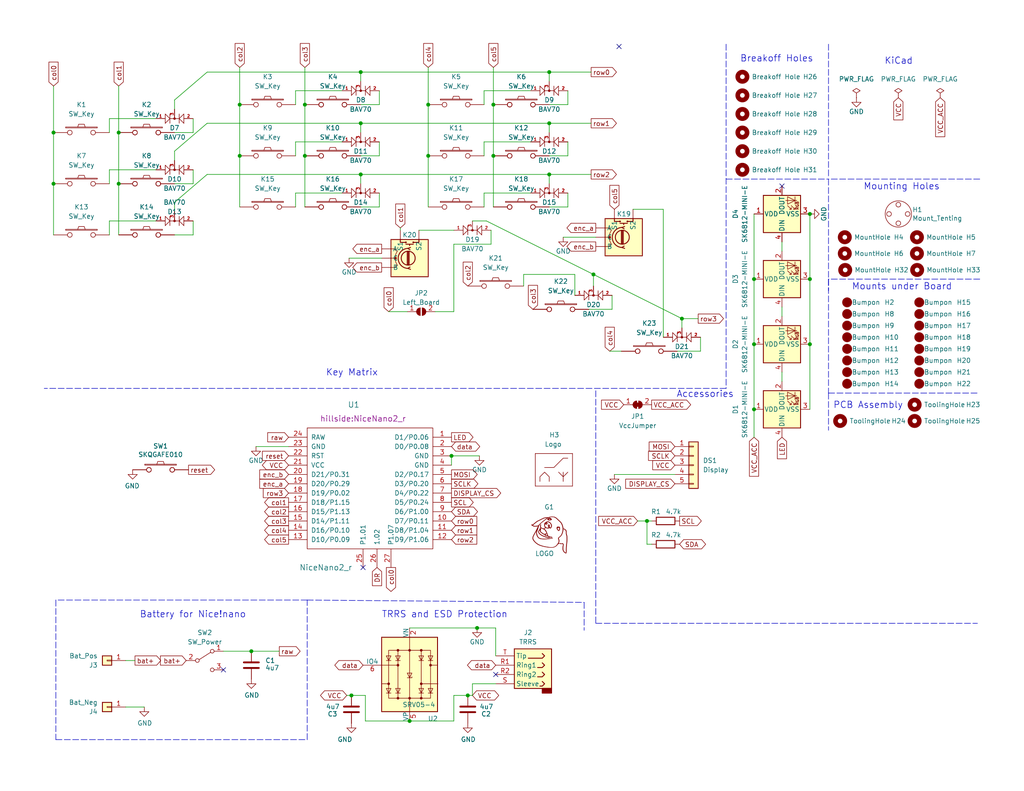
<source format=kicad_sch>
(kicad_sch (version 20231120) (generator "eeschema") (generator_version "8.0")
  (paper "USLetter")
  (title_block (title "Hillside View 46 Keyboard") (date "2022-10-13") (rev "0.3.0") (company "ExAF") (comment 1 "SPI headers for the nice!view display and 12 pin connector for an I2C cirque trackpad") (comment 2 "The ring and pinky columns have splays of five and ten degrees.") (comment 3 "Outer pinky column is removable, and one encoder can be in two spots.") (comment 4 "A choc-spaced split keyboard with Ferris column stagger but more thumb and pinky keys."))
  (junction (at 83.185 28.575))
  (junction (at 205.74 76.2))
  (junction (at 68.58 177.8))
  (junction (at 186.055 86.995))
  (junction (at 205.74 93.98))
  (junction (at 111.76 196.85))
  (junction (at 32.385 50.165))
  (junction (at 149.86 47.625))
  (junction (at 161.925 74.93))
  (junction (at 220.98 93.98))
  (junction (at 134.62 42.545))
  (junction (at 127.635 189.865))
  (junction (at 65.405 28.575))
  (junction (at 123.19 124.46))
  (junction (at 65.405 42.545))
  (junction (at 205.74 111.76))
  (junction (at 14.605 50.165))
  (junction (at 130.175 171.45))
  (junction (at 116.84 42.545))
  (junction (at 32.385 36.195))
  (junction (at 98.425 19.685))
  (junction (at 83.185 42.545))
  (junction (at 149.86 19.685))
  (junction (at 149.86 33.655))
  (junction (at 134.62 28.575))
  (junction (at 14.605 36.195))
  (junction (at 98.425 47.625))
  (junction (at 116.84 28.575))
  (junction (at 95.885 189.865))
  (junction (at 98.425 33.655))
  (junction (at 220.98 76.2))
  (junction (at 220.98 58.42))
  (junction (at 176.53 142.24))
  (no_connect (at 213.36 50.8))
  (no_connect (at 99.06 154.94))
  (no_connect (at 168.91 12.7))
  (no_connect (at 60.96 182.88))
  (no_connect (at 135.255 184.15))
  (wire (pts (xy 172.72 57.15) (xy 180.975 57.15)))
  (wire (pts (xy 65.405 18.415) (xy 65.405 28.575)))
  (wire (pts (xy 47.625 27.305) (xy 56.515 19.685)))
  (wire (pts (xy 132.08 38.735) (xy 144.78 38.735)))
  (wire (pts (xy 83.185 18.415) (xy 83.185 28.575)))
  (wire (pts (xy 103.505 28.575) (xy 98.425 28.575)))
  (polyline (pts (xy 162.56 170.18) (xy 266.7 170.18)) (stroke (width 0) (type dash)))
  (wire (pts (xy 123.825 85.09) (xy 118.745 85.09)))
  (wire (pts (xy 52.705 46.355) (xy 52.705 50.165)))
  (wire (pts (xy 154.94 28.575) (xy 154.94 24.765)))
  (wire (pts (xy 95.25 70.485) (xy 104.14 70.485)))
  (wire (pts (xy 127.635 189.865) (xy 128.905 189.865)))
  (wire (pts (xy 205.74 119.38) (xy 205.74 111.76)))
  (wire (pts (xy 32.385 36.195) (xy 32.385 50.165)))
  (wire (pts (xy 123.825 196.85) (xy 123.825 189.865)))
  (wire (pts (xy 32.385 50.165) (xy 32.385 64.135)))
  (wire (pts (xy 95.885 189.865) (xy 99.695 189.865)))
  (wire (pts (xy 56.515 19.685) (xy 98.425 19.685)))
  (polyline (pts (xy 198.12 12.065) (xy 198.12 106.045)) (stroke (width 0) (type dash)))
  (wire (pts (xy 116.84 56.515) (xy 116.84 42.545)))
  (wire (pts (xy 156.845 74.93) (xy 156.845 80.645)))
  (wire (pts (xy 106.045 85.09) (xy 111.125 85.09)))
  (wire (pts (xy 176.53 148.59) (xy 177.8 148.59)))
  (wire (pts (xy 60.96 177.8) (xy 68.58 177.8)))
  (wire (pts (xy 123.19 124.46) (xy 123.19 127)))
  (wire (pts (xy 98.425 50.165) (xy 98.425 47.625)))
  (wire (pts (xy 154.94 42.545) (xy 149.86 42.545)))
  (wire (pts (xy 109.22 62.23) (xy 109.22 62.865)))
  (wire (pts (xy 205.74 76.2) (xy 205.74 58.42)))
  (wire (pts (xy 180.975 92.075) (xy 180.975 57.15)))
  (wire (pts (xy 65.405 56.515) (xy 65.405 42.545)))
  (wire (pts (xy 80.645 24.765) (xy 93.345 24.765)))
  (wire (pts (xy 132.715 60.325) (xy 161.925 74.93)))
  (wire (pts (xy 52.705 64.135) (xy 47.625 64.135)))
  (wire (pts (xy 14.605 36.195) (xy 14.605 50.165)))
  (wire (pts (xy 98.425 22.225) (xy 98.425 19.685)))
  (wire (pts (xy 205.74 111.76) (xy 205.74 93.98)))
  (wire (pts (xy 83.185 28.575) (xy 83.185 42.545)))
  (polyline (pts (xy 83.82 163.83) (xy 15.24 163.83)) (stroke (width 0) (type dash)))
  (wire (pts (xy 186.055 86.995) (xy 186.055 89.535)))
  (wire (pts (xy 191.135 95.885) (xy 184.785 95.885)))
  (wire (pts (xy 47.625 55.245) (xy 56.515 47.625)))
  (wire (pts (xy 123.19 124.46) (xy 130.81 124.46)))
  (wire (pts (xy 99.695 196.85) (xy 111.76 196.85)))
  (wire (pts (xy 166.37 95.885) (xy 169.545 95.885)))
  (wire (pts (xy 132.08 28.575) (xy 132.08 24.765)))
  (wire (pts (xy 47.625 27.305) (xy 47.625 29.845)))
  (wire (pts (xy 133.985 66.675) (xy 123.825 66.675)))
  (wire (pts (xy 103.505 42.545) (xy 103.505 38.735)))
  (wire (pts (xy 154.94 52.705) (xy 154.94 56.515)))
  (wire (pts (xy 80.645 56.515) (xy 80.645 52.705)))
  (wire (pts (xy 149.86 22.225) (xy 149.86 19.685)))
  (polyline (pts (xy 267.335 48.895) (xy 226.06 48.895)) (stroke (width 0) (type dash)))
  (wire (pts (xy 14.605 23.495) (xy 14.605 36.195)))
  (wire (pts (xy 47.625 41.275) (xy 47.625 43.815)))
  (polyline (pts (xy 15.24 163.83) (xy 15.24 201.93)) (stroke (width 0) (type dash)))
  (wire (pts (xy 111.76 171.45) (xy 130.175 171.45)))
  (wire (pts (xy 191.135 92.075) (xy 191.135 95.885)))
  (wire (pts (xy 132.08 24.765) (xy 144.78 24.765)))
  (wire (pts (xy 161.925 74.93) (xy 186.055 86.995)))
  (polyline (pts (xy 198.12 48.895) (xy 226.06 48.895)) (stroke (width 0) (type dash)))
  (polyline (pts (xy 226.06 48.895) (xy 226.06 79.375)) (stroke (width 0) (type dash)))
  (wire (pts (xy 98.425 42.545) (xy 103.505 42.545)))
  (polyline (pts (xy 83.82 201.93) (xy 83.82 163.83)) (stroke (width 0) (type dash)))
  (wire (pts (xy 128.905 186.69) (xy 135.255 186.69)))
  (wire (pts (xy 132.08 42.545) (xy 132.08 38.735)))
  (wire (pts (xy 135.255 171.45) (xy 135.255 179.07)))
  (wire (pts (xy 220.98 76.2) (xy 220.98 58.42)))
  (wire (pts (xy 149.86 36.195) (xy 149.86 33.655)))
  (wire (pts (xy 123.825 189.865) (xy 127.635 189.865)))
  (wire (pts (xy 186.055 86.995) (xy 190.5 86.995)))
  (wire (pts (xy 99.695 196.85) (xy 99.695 189.865)))
  (wire (pts (xy 111.76 196.85) (xy 123.825 196.85)))
  (wire (pts (xy 56.515 33.655) (xy 98.425 33.655)))
  (wire (pts (xy 52.705 50.165) (xy 47.625 50.165)))
  (wire (pts (xy 68.58 177.8) (xy 76.2 177.8)))
  (wire (pts (xy 103.505 56.515) (xy 103.505 52.705)))
  (wire (pts (xy 134.62 42.545) (xy 134.62 56.515)))
  (wire (pts (xy 220.98 93.98) (xy 220.98 76.2)))
  (wire (pts (xy 98.425 47.625) (xy 149.86 47.625)))
  (wire (pts (xy 80.645 52.705) (xy 93.345 52.705)))
  (wire (pts (xy 52.705 60.325) (xy 52.705 64.135)))
  (wire (pts (xy 176.53 142.24) (xy 173.99 142.24)))
  (wire (pts (xy 98.425 33.655) (xy 149.86 33.655)))
  (wire (pts (xy 34.29 193.04) (xy 39.37 193.04)))
  (wire (pts (xy 161.29 19.685) (xy 149.86 19.685)))
  (wire (pts (xy 154.94 38.735) (xy 154.94 42.545)))
  (wire (pts (xy 161.925 74.93) (xy 161.925 78.105)))
  (wire (pts (xy 177.8 142.24) (xy 176.53 142.24)))
  (wire (pts (xy 142.875 78.105) (xy 142.875 74.93)))
  (polyline (pts (xy 267.335 76.2) (xy 226.06 76.2)) (stroke (width 0) (type dash)))
  (polyline (pts (xy 15.24 201.93) (xy 83.82 201.93)) (stroke (width 0) (type dash)))
  (polyline (pts (xy 226.06 12.065) (xy 226.06 48.26)) (stroke (width 0) (type dash)))
  (wire (pts (xy 114.3 62.865) (xy 123.825 62.865)))
  (wire (pts (xy 213.36 86.36) (xy 213.36 83.82)))
  (wire (pts (xy 94.615 189.865) (xy 95.885 189.865)))
  (wire (pts (xy 116.84 18.415) (xy 116.84 28.575)))
  (wire (pts (xy 123.825 66.675) (xy 123.825 85.09)))
  (wire (pts (xy 176.53 142.24) (xy 176.53 148.59)))
  (wire (pts (xy 103.505 28.575) (xy 103.505 24.765)))
  (wire (pts (xy 160.655 84.455) (xy 167.005 84.455)))
  (wire (pts (xy 167.005 84.455) (xy 167.005 80.645)))
  (wire (pts (xy 29.845 46.355) (xy 42.545 46.355)))
  (wire (pts (xy 128.905 60.325) (xy 132.715 60.325)))
  (wire (pts (xy 205.74 93.98) (xy 205.74 76.2)))
  (polyline (pts (xy 226.06 107.315) (xy 266.7 107.315)) (stroke (width 0) (type dash)))
  (polyline (pts (xy 162.56 106.68) (xy 162.56 170.18)) (stroke (width 0) (type dash)))
  (polyline (pts (xy 83.82 163.83) (xy 159.385 164.465)) (stroke (width 0) (type dash)))
  (wire (pts (xy 167.64 129.54) (xy 184.15 129.54)))
  (wire (pts (xy 29.845 50.165) (xy 29.845 46.355)))
  (wire (pts (xy 14.605 50.165) (xy 14.605 64.135)))
  (wire (pts (xy 98.425 36.195) (xy 98.425 33.655)))
  (wire (pts (xy 29.845 60.325) (xy 42.545 60.325)))
  (wire (pts (xy 32.385 23.495) (xy 32.385 36.195)))
  (wire (pts (xy 29.845 36.195) (xy 29.845 32.385)))
  (wire (pts (xy 161.29 47.625) (xy 149.86 47.625)))
  (wire (pts (xy 47.625 41.275) (xy 56.515 33.655)))
  (wire (pts (xy 220.98 111.76) (xy 220.98 93.98)))
  (wire (pts (xy 93.345 38.735) (xy 80.645 38.735)))
  (wire (pts (xy 130.175 171.45) (xy 135.255 171.45)))
  (wire (pts (xy 149.86 28.575) (xy 154.94 28.575)))
  (polyline (pts (xy 159.385 164.465) (xy 159.385 172.085)) (stroke (width 0) (type dash)))
  (wire (pts (xy 29.845 32.385) (xy 42.545 32.385)))
  (wire (pts (xy 116.84 42.545) (xy 116.84 28.575)))
  (wire (pts (xy 134.62 28.575) (xy 134.62 42.545)))
  (wire (pts (xy 65.405 42.545) (xy 65.405 28.575)))
  (wire (pts (xy 29.845 64.135) (xy 29.845 60.325)))
  (wire (pts (xy 78.74 121.92) (xy 69.85 121.92)))
  (wire (pts (xy 144.78 52.705) (xy 132.08 52.705)))
  (wire (pts (xy 153.67 64.77) (xy 162.56 64.77)))
  (wire (pts (xy 98.425 56.515) (xy 103.505 56.515)))
  (polyline (pts (xy 226.06 76.2) (xy 226.06 107.315)) (stroke (width 0) (type dash)))
  (wire (pts (xy 52.705 36.195) (xy 47.625 36.195)))
  (polyline (pts (xy 226.06 107.315) (xy 226.06 117.475)) (stroke (width 0) (type dash)))
  (wire (pts (xy 213.36 104.14) (xy 213.36 101.6)))
  (wire (pts (xy 80.645 28.575) (xy 80.645 24.765)))
  (wire (pts (xy 154.94 56.515) (xy 149.86 56.515)))
  (wire (pts (xy 34.29 180.34) (xy 36.83 180.34)))
  (wire (pts (xy 134.62 18.415) (xy 134.62 28.575)))
  (polyline (pts (xy 198.12 106.045) (xy 12.065 106.045)) (stroke (width 0) (type dash)))
  (wire (pts (xy 128.905 186.69) (xy 128.905 189.865)))
  (wire (pts (xy 213.36 68.58) (xy 213.36 66.04)))
  (wire (pts (xy 98.425 19.685) (xy 149.86 19.685)))
  (wire (pts (xy 142.875 74.93) (xy 156.845 74.93)))
  (wire (pts (xy 149.86 33.655) (xy 161.29 33.655)))
  (wire (pts (xy 132.08 56.515) (xy 132.08 52.705)))
  (wire (pts (xy 52.705 32.385) (xy 52.705 36.195)))
  (wire (pts (xy 149.86 47.625) (xy 149.86 50.165)))
  (wire (pts (xy 133.985 62.865) (xy 133.985 66.675)))
  (wire (pts (xy 80.645 42.545) (xy 80.645 38.735)))
  (wire (pts (xy 47.625 55.245) (xy 47.625 57.785)))
  (wire (pts (xy 56.515 47.625) (xy 98.425 47.625)))
  (wire (pts (xy 83.185 42.545) (xy 83.185 56.515)))
  (text "KiCad" (at 241.3 17.78 0) (effects (font (size 1.778 1.778)) (justify left bottom)))
  (text "Mounting Holes" (at 235.585 52.07 0) (effects (font (size 1.78 1.78)) (justify left bottom)))
  (text "Key Matrix" (at 88.9 102.87 0) (effects (font (size 1.778 1.778)) (justify left bottom)))
  (text "Battery for Nice!nano" (at 38.1 168.91 0) (effects (font (size 1.778 1.778)) (justify left bottom)))
  (text "TRRS and ESD Protection" (at 104.14 168.91 0) (effects (font (size 1.778 1.778)) (justify left bottom)))
  (text "PCB Assembly" (at 227.33 111.76 0) (effects (font (size 1.78 1.78)) (justify left bottom)))
  (text "Breakoff Holes" (at 201.93 17.145 0) (effects (font (size 1.778 1.778)) (justify left bottom)))
  (text "Mounts under Board" (at 232.41 79.375 0) (effects (font (size 1.78 1.78)) (justify left bottom)))
  (text "Accessories" (at 184.561 108.7572 0) (effects (font (size 1.778 1.778)) (justify left bottom)))
  (global_label "row1" (shape input) (at 123.19 144.78 0) (property "Intersheetrefs" "${INTERSHEET_REFS}" (effects (hide yes))))
  (global_label "enc_a" (shape input) (at 78.74 132.08 180) (property "Intersheetrefs" "${INTERSHEET_REFS}" (effects (hide yes))))
  (global_label "col5" (shape output) (at 78.74 147.32 180) (property "Intersheetrefs" "${INTERSHEET_REFS}" (effects (hide yes))))
  (global_label "col4" (shape input) (at 166.37 95.885 90) (property "Intersheetrefs" "${INTERSHEET_REFS}" (effects (hide yes))))
  (global_label "col0" (shape input) (at 106.045 85.09 90) (property "Intersheetrefs" "${INTERSHEET_REFS}" (effects (hide yes))))
  (global_label "enc_b" (shape output) (at 104.14 73.025 180) (property "Intersheetrefs" "${INTERSHEET_REFS}" (effects (hide yes))))
  (global_label "VCC" (shape input) (at 245.11 26.67 270) (property "Intersheetrefs" "${INTERSHEET_REFS}" (effects (hide yes))))
  (global_label "reset" (shape input) (at 78.74 124.46 180) (property "Intersheetrefs" "${INTERSHEET_REFS}" (effects (hide yes))))
  (global_label "row0" (shape input) (at 123.19 142.24 0) (property "Intersheetrefs" "${INTERSHEET_REFS}" (effects (hide yes))))
  (global_label "col2" (shape output) (at 78.74 139.7 180) (property "Intersheetrefs" "${INTERSHEET_REFS}" (effects (hide yes))))
  (global_label "VCC_ACC" (shape output) (at 177.8 110.49 0) (property "Intersheetrefs" "${INTERSHEET_REFS}" (effects (hide yes))))
  (global_label "col4" (shape output) (at 78.74 144.78 180) (property "Intersheetrefs" "${INTERSHEET_REFS}" (effects (hide yes))))
  (global_label "DISPLAY_CS" (shape input) (at 184.15 132.08 180) (property "Intersheetrefs" "${INTERSHEET_REFS}" (effects (hide yes))))
  (global_label "VCC" (shape bidirectional) (at 78.74 127 180) (property "Intersheetrefs" "${INTERSHEET_REFS}" (effects (hide yes))))
  (global_label "SDA" (shape bidirectional) (at 185.42 148.59 0) (property "Intersheetrefs" "${INTERSHEET_REFS}" (effects (hide yes))))
  (global_label "row2" (shape input) (at 123.19 147.32 0) (property "Intersheetrefs" "${INTERSHEET_REFS}" (effects (hide yes))))
  (global_label "col5" (shape input) (at 167.64 57.15 90) (property "Intersheetrefs" "${INTERSHEET_REFS}" (effects (hide yes))))
  (global_label "row3" (shape output) (at 190.5 86.995 0) (property "Intersheetrefs" "${INTERSHEET_REFS}" (effects (hide yes))))
  (global_label "row3" (shape input) (at 78.74 134.62 180) (property "Intersheetrefs" "${INTERSHEET_REFS}" (effects (hide yes))))
  (global_label "MOSI" (shape output) (at 123.19 129.54 0) (property "Intersheetrefs" "${INTERSHEET_REFS}" (effects (hide yes))))
  (global_label "raw" (shape input) (at 78.74 119.38 180) (property "Intersheetrefs" "${INTERSHEET_REFS}" (effects (hide yes))))
  (global_label "col3" (shape input) (at 83.185 18.415 90) (property "Intersheetrefs" "${INTERSHEET_REFS}" (effects (hide yes))))
  (global_label "DR" (shape input) (at 102.87 154.94 270) (property "Intersheetrefs" "${INTERSHEET_REFS}" (effects (hide yes))))
  (global_label "SDA" (shape bidirectional) (at 123.19 139.7 0) (property "Intersheetrefs" "${INTERSHEET_REFS}" (effects (hide yes))))
  (global_label "col1" (shape output) (at 78.74 137.16 180) (property "Intersheetrefs" "${INTERSHEET_REFS}" (effects (hide yes))))
  (global_label "SCL" (shape output) (at 185.42 142.24 0) (property "Intersheetrefs" "${INTERSHEET_REFS}" (effects (hide yes))))
  (global_label "col2" (shape input) (at 65.405 18.415 90) (property "Intersheetrefs" "${INTERSHEET_REFS}" (effects (hide yes))))
  (global_label "SCLK" (shape output) (at 123.19 132.08 0) (property "Intersheetrefs" "${INTERSHEET_REFS}" (effects (hide yes))))
  (global_label "VCC_ACC" (shape input) (at 173.99 142.24 180) (property "Intersheetrefs" "${INTERSHEET_REFS}" (effects (hide yes))))
  (global_label "DISPLAY_CS" (shape output) (at 123.19 134.62 0) (property "Intersheetrefs" "${INTERSHEET_REFS}" (effects (hide yes))))
  (global_label "col5" (shape input) (at 134.62 18.415 90) (property "Intersheetrefs" "${INTERSHEET_REFS}" (effects (hide yes))))
  (global_label "LED" (shape input) (at 213.36 119.38 270) (property "Intersheetrefs" "${INTERSHEET_REFS}" (effects (hide yes))))
  (global_label "col4" (shape input) (at 116.84 18.415 90) (property "Intersheetrefs" "${INTERSHEET_REFS}" (effects (hide yes))))
  (global_label "row0" (shape output) (at 161.29 19.685 0) (property "Intersheetrefs" "${INTERSHEET_REFS}" (effects (hide yes))))
  (global_label "enc_a" (shape output) (at 162.56 62.23 180) (property "Intersheetrefs" "${INTERSHEET_REFS}" (effects (hide yes))))
  (global_label "LED" (shape output) (at 123.19 119.38 0) (property "Intersheetrefs" "${INTERSHEET_REFS}" (effects (hide yes))))
  (global_label "enc_a" (shape output) (at 104.14 67.945 180) (property "Intersheetrefs" "${INTERSHEET_REFS}" (effects (hide yes))))
  (global_label "enc_b" (shape input) (at 78.74 129.54 180) (property "Intersheetrefs" "${INTERSHEET_REFS}" (effects (hide yes))))
  (global_label "SCL" (shape output) (at 123.19 137.16 0) (property "Intersheetrefs" "${INTERSHEET_REFS}" (effects (hide yes))))
  (global_label "VCC" (shape bidirectional) (at 94.615 189.865 180) (property "Intersheetrefs" "${INTERSHEET_REFS}" (effects (hide yes))))
  (global_label "row2" (shape output) (at 161.29 47.625 0) (property "Intersheetrefs" "${INTERSHEET_REFS}" (effects (hide yes))))
  (global_label "col1" (shape input) (at 109.22 62.23 90) (property "Intersheetrefs" "${INTERSHEET_REFS}" (effects (hide yes))))
  (global_label "MOSI" (shape input) (at 184.15 121.92 180) (property "Intersheetrefs" "${INTERSHEET_REFS}" (effects (hide yes))))
  (global_label "col2" (shape input) (at 127.635 78.105 90) (property "Intersheetrefs" "${INTERSHEET_REFS}" (effects (hide yes))))
  (global_label "col3" (shape output) (at 78.74 142.24 180) (property "Intersheetrefs" "${INTERSHEET_REFS}" (effects (hide yes))))
  (global_label "reset" (shape output) (at 51.435 128.27 0) (property "Intersheetrefs" "${INTERSHEET_REFS}" (effects (hide yes))))
  (global_label "enc_b" (shape output) (at 162.56 67.31 180) (property "Intersheetrefs" "${INTERSHEET_REFS}" (effects (hide yes))))
  (global_label "col0" (shape output) (at 106.68 154.94 270) (property "Intersheetrefs" "${INTERSHEET_REFS}" (effects (hide yes))))
  (global_label "VCC_ACC" (shape input) (at 205.74 119.38 270) (property "Intersheetrefs" "${INTERSHEET_REFS}" (effects (hide yes))))
  (global_label "VCC" (shape input) (at 170.18 110.49 180) (property "Intersheetrefs" "${INTERSHEET_REFS}" (effects (hide yes))))
  (global_label "raw" (shape output) (at 76.2 177.8 0) (property "Intersheetrefs" "${INTERSHEET_REFS}" (effects (hide yes))))
  (global_label "bat+" (shape input) (at 50.8 180.34 180) (property "Intersheetrefs" "${INTERSHEET_REFS}" (effects (hide yes))))
  (global_label "col3" (shape input) (at 145.415 84.455 90) (property "Intersheetrefs" "${INTERSHEET_REFS}" (effects (hide yes))))
  (global_label "VCC" (shape bidirectional) (at 128.905 189.865 0) (property "Intersheetrefs" "${INTERSHEET_REFS}" (effects (hide yes))))
  (global_label "VCC_ACC" (shape input) (at 256.54 26.67 270) (property "Intersheetrefs" "${INTERSHEET_REFS}" (effects (hide yes))))
  (global_label "bat+" (shape output) (at 36.83 180.34 0) (property "Intersheetrefs" "${INTERSHEET_REFS}" (effects (hide yes))))
  (global_label "VCC" (shape input) (at 184.15 127 180) (property "Intersheetrefs" "${INTERSHEET_REFS}" (effects (hide yes))))
  (global_label "col0" (shape input) (at 14.605 23.495 90) (property "Intersheetrefs" "${INTERSHEET_REFS}" (effects (hide yes))))
  (global_label "data" (shape bidirectional) (at 135.255 181.61 180) (property "Intersheetrefs" "${INTERSHEET_REFS}" (effects (hide yes))))
  (global_label "row1" (shape output) (at 161.29 33.655 0) (property "Intersheetrefs" "${INTERSHEET_REFS}" (effects (hide yes))))
  (global_label "data" (shape bidirectional) (at 99.06 181.61 180) (property "Intersheetrefs" "${INTERSHEET_REFS}" (effects (hide yes))))
  (global_label "SCLK" (shape input) (at 184.15 124.46 180) (property "Intersheetrefs" "${INTERSHEET_REFS}" (effects (hide yes))))
  (global_label "data" (shape bidirectional) (at 123.19 121.92 0) (property "Intersheetrefs" "${INTERSHEET_REFS}" (effects (hide yes))))
  (global_label "col1" (shape input) (at 32.385 23.495 90) (property "Intersheetrefs" "${INTERSHEET_REFS}" (effects (hide yes))))
  (symbol (lib_id "hillside:SW_PUSH") (at 43.815 128.27 0) (mirror y) (unit 1)
    (property "Reference" "SW1" (at 43.815 121.793 0))
    (property "Value" "SKQGAFE010" (at 43.815 124.1044 0))
    (property "Footprint" "hillside_basic:SW_SPST_SKQG_WithStem" (effects (hide yes)))
    (property "Datasheet" "https://www.mouser.com/datasheet/2/15/SKQG-1155865.pdf" (effects (hide yes)))
    (property "LCSC" "C318884" (effects (hide yes)))
    (property "JLC Type" "Basic" (effects (hide yes)))
    (property "Price" ".02 @5+" (effects (hide yes)))
  )
  (symbol (lib_id "power:GND") (at 36.195 128.27 0) (mirror y) (unit 1)
    (property "Reference" "#PWR04" (effects (hide yes)))
    (property "Value" "GND" (at 36.068 132.6642 0))
  )
  (symbol (lib_id "hillside_basic:SK6812-MINI-E") (at 213.36 111.76 90) (unit 1)
    (property "Reference" "D1" (at 200.66 111.76 0))
    (property "Value" "SK6812-MINI-E" (at 203.2 111.76 0))
    (property "Footprint" "hillside_basic:SK6812-MINI-E" (effects (hide yes)))
    (property "Datasheet" "https://cdn-shop.adafruit.com/datasheets/WS2812B.pdf" (effects (hide yes)))
    (property "Config" "Optional" (effects (hide yes)))
  )
  (symbol (lib_id "hillside_basic:SK6812-MINI-E") (at 213.36 93.98 90) (unit 1)
    (property "Reference" "D2" (at 200.66 93.98 0))
    (property "Value" "SK6812-MINI-E" (at 203.2 93.98 0))
    (property "Footprint" "hillside_basic:SK6812-MINI-E" (effects (hide yes)))
    (property "Datasheet" "https://cdn-shop.adafruit.com/datasheets/WS2812B.pdf" (effects (hide yes)))
    (property "Config" "Optional" (effects (hide yes)))
  )
  (symbol (lib_id "power:GND") (at 233.68 26.67 0) (unit 1)
    (property "Reference" "#PWR06" (effects (hide yes)))
    (property "Value" "GND" (at 233.68 30.48 0))
  )
  (symbol (lib_id "power:GND") (at 220.98 58.42 90) (unit 1)
    (property "Reference" "#PWR05" (effects (hide yes)))
    (property "Value" "GND" (at 224.79 58.42 0))
  )
  (symbol (lib_id "hillside:Mount_Tenting") (at 245.11 58.42 0) (unit 1) (in_bom no)
    (property "Reference" "H1" (at 248.92 56.515 0) (effects (justify left top)))
    (property "Value" "Mount_Tenting" (at 248.92 60.325 0) (effects (justify left bottom)))
    (property "Footprint" "hillside:Tenting_Puck" (effects (hide yes)))
    (property "Config" "do not fit" (effects (hide yes)))
  )
  (symbol (lib_id "hillside_basic:SK6812-MINI-E") (at 213.36 76.2 90) (unit 1)
    (property "Reference" "D3" (at 200.66 76.2 0))
    (property "Value" "SK6812-MINI-E" (at 203.2 76.2 0))
    (property "Footprint" "hillside_basic:SK6812-MINI-E" (effects (hide yes)))
    (property "Datasheet" "https://cdn-shop.adafruit.com/datasheets/WS2812B.pdf" (effects (hide yes)))
    (property "Config" "Optional" (effects (hide yes)))
  )
  (symbol (lib_id "hillside_basic:SK6812-MINI-E") (at 213.36 58.42 90) (unit 1)
    (property "Reference" "D4" (at 200.66 58.42 0))
    (property "Value" "SK6812-MINI-E" (at 203.2 58.42 0))
    (property "Footprint" "hillside_basic:SK6812-MINI-E" (effects (hide yes)))
    (property "Datasheet" "https://cdn-shop.adafruit.com/datasheets/WS2812B.pdf" (effects (hide yes)))
    (property "Config" "Optional" (effects (hide yes)))
  )
  (symbol (lib_id "hillside:NiceNano2_r") (at 95.25 137.16 0) (unit 1)
    (property "Reference" "U1" (at 96.52 110.49 0) (effects (font (size 1.524 1.524))))
    (property "Value" "NiceNano2_r" (at 88.9 154.94 0) (effects (font (size 1.524 1.524))))
    (property "Footprint" "hillside:NiceNano2_r" (at 99.06 114.3 0) (effects (font (size 1.524 1.524))))
  )
  (symbol (lib_name "SW_Key_6") (lib_id "hillside:SW_Key") (at 22.225 64.135 0) (unit 1)
    (property "Reference" "K13" (at 22.225 56.515 0))
    (property "Value" "SW_Key" (at 22.225 59.055 0))
    (property "Footprint" "hillside:pg1350-R_hotswap" (effects (hide yes)))
  )
  (symbol (lib_name "SW_Key_3") (lib_id "hillside:SW_Key") (at 40.005 64.135 0) (unit 1)
    (property "Reference" "K14" (at 40.005 56.515 0))
    (property "Value" "SW_Key" (at 40.005 59.055 0))
    (property "Footprint" "hillside:pg1350-R_hotswap" (effects (hide yes)))
  )
  (symbol (lib_id "hillside:SW_Key") (at 177.165 95.885 0) (unit 1)
    (property "Reference" "K23" (at 177.165 88.265 0))
    (property "Value" "SW_Key" (at 177.165 90.805 0))
    (property "Footprint" "hillside:pg1350-R_hotswap" (effects (hide yes)))
  )
  (symbol (lib_name "SW_Key_11") (lib_id "hillside:SW_Key") (at 73.025 42.545 0) (unit 1)
    (property "Reference" "K9" (at 73.025 34.925 0))
    (property "Value" "SW_Key" (at 73.025 37.465 0))
    (property "Footprint" "hillside:pg1350-R_hotswap" (effects (hide yes)))
  )
  (symbol (lib_name "SW_Key_9") (lib_id "hillside:SW_Key") (at 90.805 42.545 0) (unit 1)
    (property "Reference" "K10" (at 90.805 34.925 0))
    (property "Value" "SW_Key" (at 90.805 37.465 0))
    (property "Footprint" "hillside:pg1350-R_hotswap" (effects (hide yes)))
  )
  (symbol (lib_name "SW_Key_7") (lib_id "hillside:SW_Key") (at 73.025 56.515 0) (unit 1)
    (property "Reference" "K15" (at 73.025 48.895 0))
    (property "Value" "SW_Key" (at 73.025 51.435 0))
    (property "Footprint" "hillside:pg1350-R_hotswap" (effects (hide yes)))
  )
  (symbol (lib_name "SW_Key_8") (lib_id "hillside:SW_Key") (at 90.805 56.515 0) (unit 1)
    (property "Reference" "K16" (at 90.805 48.895 0))
    (property "Value" "SW_Key" (at 90.805 51.435 0))
    (property "Footprint" "hillside:pg1350-R_hotswap" (effects (hide yes)))
  )
  (symbol (lib_name "SW_Key_2") (lib_id "hillside:SW_Key") (at 22.225 36.195 0) (unit 1)
    (property "Reference" "K1" (at 22.225 28.575 0))
    (property "Value" "SW_Key" (at 22.225 31.115 0))
    (property "Footprint" "hillside:pg1350-R_hotswap" (effects (hide yes)))
  )
  (symbol (lib_name "SW_Key_4") (lib_id "hillside:SW_Key") (at 40.005 36.195 0) (unit 1)
    (property "Reference" "K2" (at 40.005 28.575 0))
    (property "Value" "SW_Key" (at 40.005 31.115 0))
    (property "Footprint" "hillside:pg1350-R_hotswap" (effects (hide yes)))
  )
  (symbol (lib_name "SW_Key_15") (lib_id "hillside:SW_Key") (at 124.46 28.575 0) (unit 1)
    (property "Reference" "K5" (at 124.46 20.955 0))
    (property "Value" "SW_Key" (at 124.46 23.495 0))
    (property "Footprint" "hillside:pg1350-R_hotswap" (effects (hide yes)))
  )
  (symbol (lib_name "SW_Key_13") (lib_id "hillside:SW_Key") (at 142.24 28.575 0) (unit 1)
    (property "Reference" "K6" (at 142.24 20.955 0))
    (property "Value" "SW_Key" (at 142.24 23.495 0))
    (property "Footprint" "hillside:pg1350-R_hotswap" (effects (hide yes)))
  )
  (symbol (lib_name "SW_Key_14") (lib_id "hillside:SW_Key") (at 124.46 42.545 0) (unit 1)
    (property "Reference" "K11" (at 124.46 34.925 0))
    (property "Value" "SW_Key" (at 124.46 37.465 0))
    (property "Footprint" "hillside:pg1350-R_hotswap" (effects (hide yes)))
  )
  (symbol (lib_name "SW_Key_16") (lib_id "hillside:SW_Key") (at 142.24 42.545 0) (unit 1)
    (property "Reference" "K12" (at 142.24 34.925 0))
    (property "Value" "SW_Key" (at 142.24 37.465 0))
    (property "Footprint" "hillside:pg1350-R_hotswap" (effects (hide yes)))
  )
  (symbol (lib_name "SW_Key_19") (lib_id "hillside:SW_Key") (at 124.46 56.515 0) (unit 1)
    (property "Reference" "K17" (at 124.46 48.895 0))
    (property "Value" "SW_Key" (at 124.46 51.435 0))
    (property "Footprint" "hillside:pg1350-R_hotswap" (effects (hide yes)))
  )
  (symbol (lib_name "SW_Key_18") (lib_id "hillside:SW_Key") (at 142.24 56.515 0) (unit 1)
    (property "Reference" "K18" (at 142.24 48.895 0))
    (property "Value" "SW_Key" (at 142.24 51.435 0))
    (property "Footprint" "hillside:pg1350-R_hotswap" (effects (hide yes)))
  )
  (symbol (lib_name "SW_Key_12") (lib_id "hillside:SW_Key") (at 73.025 28.575 0) (unit 1)
    (property "Reference" "K3" (at 73.025 20.955 0))
    (property "Value" "SW_Key" (at 73.025 23.495 0))
    (property "Footprint" "hillside:pg1350-R_hotswap" (effects (hide yes)))
  )
  (symbol (lib_name "SW_Key_10") (lib_id "hillside:SW_Key") (at 90.805 28.575 0) (unit 1)
    (property "Reference" "K4" (at 90.805 20.955 0))
    (property "Value" "SW_Key" (at 90.805 23.495 0))
    (property "Footprint" "hillside:pg1350-R_hotswap" (effects (hide yes)))
  )
  (symbol (lib_name "SW_Key_1") (lib_id "hillside:SW_Key") (at 22.225 50.165 0) (unit 1)
    (property "Reference" "K7" (at 22.225 42.545 0))
    (property "Value" "SW_Key" (at 22.225 45.085 0))
    (property "Footprint" "hillside:pg1350-R_hotswap" (effects (hide yes)))
  )
  (symbol (lib_name "SW_Key_5") (lib_id "hillside:SW_Key") (at 40.005 50.165 0) (unit 1)
    (property "Reference" "K8" (at 40.005 42.545 0))
    (property "Value" "SW_Key" (at 40.005 45.085 0))
    (property "Footprint" "hillside:pg1350-R_hotswap" (effects (hide yes)))
  )
  (symbol (lib_id "power:PWR_FLAG") (at 233.68 26.67 0) (unit 1)
    (property "Reference" "#FLG02" (effects (hide yes)))
    (property "Value" "PWR_FLAG" (at 233.68 21.59 0))
  )
  (symbol (lib_id "power:PWR_FLAG") (at 245.11 26.67 0) (unit 1)
    (property "Reference" "#FLG01" (effects (hide yes)))
    (property "Value" "PWR_FLAG" (at 245.11 21.59 0))
  )
  (symbol (lib_id "power:GND") (at 69.85 121.92 0) (unit 1)
    (property "Reference" "#PWR02" (effects (hide yes)))
    (property "Value" "GND" (at 69.85 125.73 0))
  )
  (symbol (lib_id "hillside:SW_Rotary") (at 111.76 70.485 0) (unit 1)
    (property "Reference" "K20" (at 111.76 64.135 0))
    (property "Value" "SW_Rotary" (effects (hide yes)))
    (property "Footprint" "hillside:pg1350-DR_rotary_hotswap" (effects (hide yes)))
  )
  (symbol (lib_name "BAV70_Small_1") (lib_id "hillside_basic:BAV70_Small") (at 47.625 32.385 0) (mirror x) (unit 1)
    (property "Reference" "D7" (at 47.625 34.925 0))
    (property "Value" "BAV70" (at 47.625 37.465 0))
    (property "Footprint" "hillside_basic:SOT-23" (effects (hide yes)))
    (property "Datasheet" "https://assets.nexperia.com/documents/data-sheet/BAV70_SER.pdf" (effects (hide yes)))
    (property "LCSC" "C68978" (effects (hide yes)))
    (property "JLC Type" "Basic" (effects (hide yes)))
    (property "Price" ".02 @15+" (effects (hide yes)))
  )
  (symbol (lib_name "BAV70_Small_5") (lib_id "hillside_basic:BAV70_Small") (at 98.425 24.765 0) (mirror x) (unit 1)
    (property "Reference" "D8" (at 98.425 27.305 0))
    (property "Value" "BAV70" (at 98.425 29.845 0))
    (property "Footprint" "hillside_basic:SOT-23" (effects (hide yes)))
    (property "Datasheet" "https://assets.nexperia.com/documents/data-sheet/BAV70_SER.pdf" (effects (hide yes)))
    (property "LCSC" "C68978" (effects (hide yes)))
    (property "JLC Type" "Basic" (effects (hide yes)))
    (property "Price" ".02 @15+" (effects (hide yes)))
  )
  (symbol (lib_name "BAV70_Small_7") (lib_id "hillside_basic:BAV70_Small") (at 149.86 24.765 0) (mirror x) (unit 1)
    (property "Reference" "D9" (at 149.86 27.305 0))
    (property "Value" "BAV70" (at 149.86 29.845 0))
    (property "Footprint" "hillside_basic:SOT-23" (effects (hide yes)))
    (property "Datasheet" "https://assets.nexperia.com/documents/data-sheet/BAV70_SER.pdf" (effects (hide yes)))
    (property "LCSC" "C68978" (effects (hide yes)))
    (property "JLC Type" "Basic" (effects (hide yes)))
    (property "Price" ".02 @15+" (effects (hide yes)))
  )
  (symbol (lib_name "SW_Key_20") (lib_id "hillside:SW_Key") (at 135.255 78.105 0) (unit 1)
    (property "Reference" "K21" (at 135.255 70.485 0))
    (property "Value" "SW_Key" (at 135.255 73.025 0))
    (property "Footprint" "hillside:pg1350-R_hotswap" (effects (hide yes)))
  )
  (symbol (lib_name "SW_Key_17") (lib_id "hillside:SW_Key") (at 153.035 84.455 0) (unit 1)
    (property "Reference" "K22" (at 153.035 76.835 0))
    (property "Value" "SW_Key" (at 153.035 79.375 0))
    (property "Footprint" "hillside:pg1350-R_hotswap" (effects (hide yes)))
  )
  (symbol (lib_name "BAV70_Small_8") (lib_id "hillside_basic:BAV70_Small") (at 149.86 38.735 0) (mirror x) (unit 1)
    (property "Reference" "D12" (at 149.86 41.275 0))
    (property "Value" "BAV70" (at 149.86 43.815 0))
    (property "Footprint" "hillside_basic:SOT-23" (effects (hide yes)))
    (property "Datasheet" "https://assets.nexperia.com/documents/data-sheet/BAV70_SER.pdf" (effects (hide yes)))
    (property "LCSC" "C68978" (effects (hide yes)))
    (property "JLC Type" "Basic" (effects (hide yes)))
    (property "Price" ".02 @15+" (effects (hide yes)))
  )
  (symbol (lib_name "BAV70_Small_2") (lib_id "hillside_basic:BAV70_Small") (at 47.625 46.355 0) (mirror x) (unit 1)
    (property "Reference" "D10" (at 47.625 48.895 0))
    (property "Value" "BAV70" (at 47.625 51.435 0))
    (property "Footprint" "hillside_basic:SOT-23" (effects (hide yes)))
    (property "Datasheet" "https://assets.nexperia.com/documents/data-sheet/BAV70_SER.pdf" (effects (hide yes)))
    (property "LCSC" "C68978" (effects (hide yes)))
    (property "JLC Type" "Basic" (effects (hide yes)))
    (property "Price" ".02 @15+" (effects (hide yes)))
  )
  (symbol (lib_name "BAV70_Small_3") (lib_id "hillside_basic:BAV70_Small") (at 47.625 60.325 0) (mirror x) (unit 1)
    (property "Reference" "D13" (at 47.625 57.785 0))
    (property "Value" "BAV70" (at 47.625 55.245 0))
    (property "Footprint" "hillside_basic:SOT-23" (effects (hide yes)))
    (property "Datasheet" "https://assets.nexperia.com/documents/data-sheet/BAV70_SER.pdf" (effects (hide yes)))
    (property "LCSC" "C68978" (effects (hide yes)))
    (property "JLC Type" "Basic" (effects (hide yes)))
    (property "Price" ".02 @15+" (effects (hide yes)))
  )
  (symbol (lib_id "Connector_Generic:Conn_01x01") (at 29.21 180.34 180) (unit 1) (in_bom no)
    (property "Reference" "J3" (at 26.67 181.61 0) (effects (justify left)))
    (property "Value" "Bat_Pos" (at 26.67 179.07 0) (effects (justify left)))
    (property "Footprint" "hillside_basic:1pin_conn" (effects (hide yes)))
    (property "Config" "do not fit" (effects (hide yes)))
  )
  (symbol (lib_id "Connector_Generic:Conn_01x01") (at 29.21 193.04 180) (unit 1) (in_bom no)
    (property "Reference" "J4" (at 26.67 194.31 0) (effects (justify left)))
    (property "Value" "Bat_Neg" (at 26.67 191.77 0) (effects (justify left)))
    (property "Footprint" "hillside_basic:1pin_conn" (effects (hide yes)))
    (property "Config" "do not fit" (effects (hide yes)))
  )
  (symbol (lib_id "power:GND") (at 39.37 193.04 0) (unit 1)
    (property "Reference" "#PWR01" (effects (hide yes)))
    (property "Value" "GND" (at 39.497 197.4342 0))
  )
  (symbol (lib_id "Switch:SW_SPDT") (at 55.88 180.34 0) (unit 1)
    (property "Reference" "SW2" (at 55.88 172.72 0))
    (property "Value" "SW_Power" (at 55.88 175.26 0))
    (property "Footprint" "hillside_basic:SW_SPDT_JS202011AQN" (effects (hide yes)))
    (property "LCSC" "C221662" (effects (hide yes)))
    (property "JLC Type" "Extended" (effects (hide yes)))
    (property "Price" ".43 @2+" (effects (hide yes)))
  )
  (symbol (lib_id "Jumper:SolderJumper_2_Bridged") (at 173.99 110.49 0) (unit 1) (in_bom no)
    (property "Reference" "JP1" (at 173.99 113.665 0))
    (property "Value" "VccJumper" (at 173.99 116.205 0))
    (property "Footprint" "Jumper:SolderJumper-2_P1.3mm_Bridged_RoundedPad1.0x1.5mm" (effects (hide yes)))
    (property "Config" "do not fit" (effects (hide yes)))
  )
  (symbol (lib_id "power:PWR_FLAG") (at 256.54 26.67 0) (unit 1)
    (property "Reference" "#FLG0101" (effects (hide yes)))
    (property "Value" "PWR_FLAG" (at 256.54 21.59 0))
  )
  (symbol (lib_name "BAV70_Small_4") (lib_id "hillside_basic:BAV70_Small") (at 98.425 38.735 0) (mirror x) (unit 1)
    (property "Reference" "D11" (at 98.425 41.275 0))
    (property "Value" "BAV70" (at 98.425 43.815 0))
    (property "Footprint" "hillside_basic:SOT-23" (effects (hide yes)))
    (property "Datasheet" "https://assets.nexperia.com/documents/data-sheet/BAV70_SER.pdf" (effects (hide yes)))
    (property "LCSC" "C68978" (effects (hide yes)))
    (property "JLC Type" "Basic" (effects (hide yes)))
    (property "Price" ".02 @15+" (effects (hide yes)))
  )
  (symbol (lib_name "BAV70_Small_6") (lib_id "hillside_basic:BAV70_Small") (at 98.425 52.705 0) (mirror x) (unit 1)
    (property "Reference" "D14" (at 98.425 55.245 0))
    (property "Value" "BAV70" (at 98.425 57.785 0))
    (property "Footprint" "hillside_basic:SOT-23" (effects (hide yes)))
    (property "Datasheet" "https://assets.nexperia.com/documents/data-sheet/BAV70_SER.pdf" (effects (hide yes)))
    (property "LCSC" "C68978" (effects (hide yes)))
    (property "JLC Type" "Basic" (effects (hide yes)))
    (property "Price" ".02 @15+" (effects (hide yes)))
  )
  (symbol (lib_name "BAV70_Small_9") (lib_id "hillside_basic:BAV70_Small") (at 149.86 52.705 0) (mirror x) (unit 1)
    (property "Reference" "D15" (at 149.86 55.245 0))
    (property "Value" "BAV70" (at 149.86 57.785 0))
    (property "Footprint" "hillside_basic:SOT-23" (effects (hide yes)))
    (property "Datasheet" "https://assets.nexperia.com/documents/data-sheet/BAV70_SER.pdf" (effects (hide yes)))
    (property "LCSC" "C68978" (effects (hide yes)))
    (property "JLC Type" "Basic" (effects (hide yes)))
    (property "Price" ".02 @15+" (effects (hide yes)))
  )
  (symbol (lib_id "hillside_basic:BAV70_Small") (at 128.905 62.865 0) (mirror x) (unit 1)
    (property "Reference" "D19" (at 128.905 65.405 0))
    (property "Value" "BAV70" (at 128.905 67.945 0))
    (property "Footprint" "hillside_basic:SOT-23" (effects (hide yes)))
    (property "Datasheet" "https://assets.nexperia.com/documents/data-sheet/BAV70_SER.pdf" (effects (hide yes)))
    (property "LCSC" "C68978" (effects (hide yes)))
    (property "JLC Type" "Basic" (effects (hide yes)))
    (property "Price" ".02 @15+" (effects (hide yes)))
  )
  (symbol (lib_name "BAV70_Small_10") (lib_id "hillside_basic:BAV70_Small") (at 161.925 80.645 0) (mirror x) (unit 1)
    (property "Reference" "D20" (at 161.925 83.185 0))
    (property "Value" "BAV70" (at 161.925 85.725 0))
    (property "Footprint" "hillside_basic:SOT-23" (effects (hide yes)))
    (property "Datasheet" "https://assets.nexperia.com/documents/data-sheet/BAV70_SER.pdf" (effects (hide yes)))
    (property "LCSC" "C68978" (effects (hide yes)))
    (property "JLC Type" "Basic" (effects (hide yes)))
    (property "Price" ".02 @15+" (effects (hide yes)))
  )
  (symbol (lib_name "BAV70_Small_11") (lib_id "hillside_basic:BAV70_Small") (at 186.055 92.075 0) (mirror x) (unit 1)
    (property "Reference" "D21" (at 186.055 94.615 0))
    (property "Value" "BAV70" (at 186.055 97.155 0))
    (property "Footprint" "hillside_basic:SOT-23" (effects (hide yes)))
    (property "Datasheet" "https://assets.nexperia.com/documents/data-sheet/BAV70_SER.pdf" (effects (hide yes)))
    (property "LCSC" "C68978" (effects (hide yes)))
    (property "JLC Type" "Basic" (effects (hide yes)))
    (property "Price" ".02 @15+" (effects (hide yes)))
  )
  (symbol (lib_id "power:GND") (at 130.81 124.46 0) (unit 1)
    (property "Reference" "#PWR0103" (effects (hide yes)))
    (property "Value" "GND" (at 130.81 128.27 0))
  )
  (symbol (lib_id "power:GND") (at 68.58 185.42 0) (unit 1)
    (property "Reference" "#PWR08" (effects (hide yes)))
    (property "Value" "GND" (at 68.707 189.8142 0))
  )
  (symbol (lib_id "Device:C") (at 68.58 181.61 0) (unit 1)
    (property "Reference" "C1" (at 72.39 180.34 0) (effects (justify left)))
    (property "Value" "4u7" (at 72.39 181.61 0) (effects (justify left top)))
    (property "Footprint" "hillside_basic:C_0805_2012Metric" (effects (hide yes)))
    (property "JLC Type" "Basic" (effects (hide yes)))
    (property "LCSC" "C1779" (effects (hide yes)))
    (property "Price" ".01 @20+" (effects (hide yes)))
  )
  (symbol (lib_id "hillside:Logo") (at 151.13 130.175 0) (unit 1) (in_bom no)
    (property "Reference" "H3" (at 149.86 118.745 0) (effects (justify left)))
    (property "Value" "Logo" (at 148.59 121.285 0) (effects (justify left)))
    (property "Footprint" "hillside:Hillside_Logo" (effects (hide yes)))
    (property "Config" "do not fit" (effects (hide yes)))
  )
  (symbol (lib_id "Mechanical:MountingHole") (at 250.19 64.77 0) (unit 1)
    (property "Reference" "H5" (at 263.525 64.77 0) (effects (justify left)))
    (property "Value" "MountHole" (at 252.73 64.77 0) (effects (justify left)))
    (property "Footprint" "hillside:MountingHole_2.2mm_with_PCB_insert_rings" (effects (hide yes)))
    (property "Config" "do not fit" (effects (hide yes)))
  )
  (symbol (lib_id "Mechanical:MountingHole") (at 230.505 64.77 0) (unit 1)
    (property "Reference" "H4" (at 243.84 64.77 0) (effects (justify left)))
    (property "Value" "MountHole" (at 233.045 64.77 0) (effects (justify left)))
    (property "Footprint" "hillside:MountingHole_2.2mm_with_PCB_insert_rings" (effects (hide yes)))
    (property "Config" "do not fit" (effects (hide yes)))
  )
  (symbol (lib_id "Mechanical:MountingHole") (at 230.505 69.215 0) (unit 1)
    (property "Reference" "H6" (at 243.84 69.215 0) (effects (justify left)))
    (property "Value" "MountHole" (at 233.045 69.215 0) (effects (justify left)))
    (property "Footprint" "hillside:MountingHole_2.2mm_with_PCB_insert_rings" (effects (hide yes)))
    (property "Config" "do not fit" (effects (hide yes)))
  )
  (symbol (lib_id "Mechanical:MountingHole") (at 250.19 69.215 0) (unit 1)
    (property "Reference" "H7" (at 263.525 69.215 0) (effects (justify left)))
    (property "Value" "MountHole" (at 252.73 69.215 0) (effects (justify left)))
    (property "Footprint" "hillside:MountingHole_2.2mm_with_PCB_insert_rings" (effects (hide yes)))
    (property "Config" "do not fit" (effects (hide yes)))
  )
  (symbol (lib_id "Mechanical:MountingHole") (at 202.565 46.355 0) (unit 1) (in_bom no)
    (property "Reference" "H31" (at 219.075 46.355 0) (effects (justify left)))
    (property "Value" "Breakoff Hole" (at 205.105 46.355 0) (effects (justify left)))
    (property "Footprint" "hillside_basic:HoleBreakoff_1mm" (effects (hide yes)))
    (property "Config" "do not fit" (effects (hide yes)))
  )
  (symbol (lib_id "Mechanical:MountingHole") (at 229.235 114.935 0) (unit 1) (in_bom no)
    (property "Reference" "H24" (at 243.205 114.935 0) (effects (justify left)))
    (property "Value" "ToolingHole" (at 231.775 114.935 0) (effects (justify left)))
    (property "Footprint" "hillside_basic:ToolingHole_1.152mm" (effects (hide yes)))
    (property "Config" "do not fit" (effects (hide yes)))
  )
  (symbol (lib_id "power:GND") (at 95.885 197.485 0) (unit 1)
    (property "Reference" "#PWR011" (effects (hide yes)))
    (property "Value" "GND" (at 94.107 201.8792 0))
  )
  (symbol (lib_id "hillside:TRRS") (at 137.795 181.61 0) (unit 1)
    (property "Reference" "J2" (at 142.875 172.72 0) (effects (justify left)))
    (property "Value" "TRRS" (at 141.605 175.26 0) (effects (justify left)))
    (property "Footprint" "hillside:MJ-4PP-9" (effects (hide yes)))
  )
  (symbol (lib_id "Mechanical:MountingHole") (at 202.565 31.115 0) (unit 1) (in_bom no)
    (property "Reference" "H28" (at 219.075 31.115 0) (effects (justify left)))
    (property "Value" "Breakoff Hole" (at 205.105 31.115 0) (effects (justify left)))
    (property "Footprint" "hillside_basic:HoleBreakoff_1mm" (effects (hide yes)))
    (property "Config" "do not fit" (effects (hide yes)))
  )
  (symbol (lib_id "Device:R") (at 181.61 142.24 90) (unit 1)
    (property "Reference" "R1" (at 180.34 139.7 90) (effects (justify left)))
    (property "Value" "4.7k" (at 181.61 139.7 90) (effects (justify right)))
    (property "Footprint" "hillside_basic:R_0805_2012Metric" (effects (hide yes)))
    (property "LCSC" "C17673" (effects (hide yes)))
    (property "JLC Type" "Basic" (effects (hide yes)))
    (property "Price" ".002 @20+" (effects (hide yes)))
    (property "Config" "Optional" (effects (hide yes)))
  )
  (symbol (lib_id "hillside_basic:Bumpon") (at 231.14 95.25 0) (unit 1) (in_bom no)
    (property "Reference" "H11" (at 241.3 95.25 0) (effects (justify left)))
    (property "Value" "Bumpon" (at 232.41 95.25 0) (effects (justify left)))
    (property "Footprint" "hillside:Bumpon" (effects (hide yes)))
    (property "Config" "do not fit" (effects (hide yes)))
  )
  (symbol (lib_id "Mechanical:MountingHole") (at 202.565 26.035 0) (unit 1) (in_bom no)
    (property "Reference" "H27" (at 219.075 26.035 0) (effects (justify left)))
    (property "Value" "Breakoff Hole" (at 205.105 26.035 0) (effects (justify left)))
    (property "Footprint" "hillside_basic:HoleBreakoff_1mm" (effects (hide yes)))
    (property "Config" "do not fit" (effects (hide yes)))
  )
  (symbol (lib_id "power:GND") (at 153.67 64.77 0) (unit 1)
    (property "Reference" "#PWR07" (effects (hide yes)))
    (property "Value" "GND" (at 153.67 68.58 0))
  )
  (symbol (lib_id "power:GND") (at 127.635 197.485 0) (unit 1)
    (property "Reference" "#PWR010" (effects (hide yes)))
    (property "Value" "GND" (at 127.762 201.8792 0))
  )
  (symbol (lib_id "hillside_basic:Bumpon") (at 231.14 104.775 0) (unit 1) (in_bom no)
    (property "Reference" "H14" (at 241.3 104.775 0) (effects (justify left)))
    (property "Value" "Bumpon" (at 232.41 104.775 0) (effects (justify left)))
    (property "Footprint" "hillside:Bumpon" (effects (hide yes)))
    (property "Config" "do not fit" (effects (hide yes)))
  )
  (symbol (lib_id "hillside_basic:Bumpon") (at 231.14 85.725 0) (unit 1) (in_bom no)
    (property "Reference" "H8" (at 241.3 85.725 0) (effects (justify left)))
    (property "Value" "Bumpon" (at 232.41 85.725 0) (effects (justify left)))
    (property "Footprint" "hillside:Bumpon" (effects (hide yes)))
    (property "Config" "do not fit" (effects (hide yes)))
  )
  (symbol (lib_id "Mechanical:MountingHole") (at 202.565 36.195 0) (unit 1) (in_bom no)
    (property "Reference" "H29" (at 219.075 36.195 0) (effects (justify left)))
    (property "Value" "Breakoff Hole" (at 205.105 36.195 0) (effects (justify left)))
    (property "Footprint" "hillside_basic:HoleBreakoff_1mm" (effects (hide yes)))
    (property "Config" "do not fit" (effects (hide yes)))
  )
  (symbol (lib_id "hillside_basic:Bumpon") (at 250.825 95.25 0) (unit 1) (in_bom no)
    (property "Reference" "H19" (at 260.985 95.25 0) (effects (justify left)))
    (property "Value" "Bumpon" (at 252.095 95.25 0) (effects (justify left)))
    (property "Footprint" "hillside:Bumpon" (effects (hide yes)))
    (property "Config" "do not fit" (effects (hide yes)))
  )
  (symbol (lib_id "hillside_basic:Bumpon") (at 250.825 101.6 0) (unit 1) (in_bom no)
    (property "Reference" "H21" (at 260.985 101.6 0) (effects (justify left)))
    (property "Value" "Bumpon" (at 252.095 101.6 0) (effects (justify left)))
    (property "Footprint" "hillside:Bumpon" (effects (hide yes)))
    (property "Config" "do not fit" (effects (hide yes)))
  )
  (symbol (lib_id "wowee:LOGO") (at 149.86 146.05 0) (unit 1)
    (property "Reference" "G1" (at 149.86 138.43 0))
    (property "Value" "LOGO" (at 148.59 151.13 0))
    (property "Footprint" "wowee:wowee" (effects (hide yes)))
  )
  (symbol (lib_id "hillside_basic:Bumpon") (at 250.825 88.9 0) (unit 1) (in_bom no)
    (property "Reference" "H17" (at 260.985 88.9 0) (effects (justify left)))
    (property "Value" "Bumpon" (at 252.095 88.9 0) (effects (justify left)))
    (property "Footprint" "hillside:Bumpon" (effects (hide yes)))
    (property "Config" "do not fit" (effects (hide yes)))
  )
  (symbol (lib_id "Device:C") (at 95.885 193.675 180) (unit 1)
    (property "Reference" "C3" (at 92.075 194.945 0) (effects (justify left)))
    (property "Value" "4u7" (at 92.71 193.675 0) (effects (justify left top)))
    (property "Footprint" "hillside_basic:C_0805_2012Metric" (effects (hide yes)))
    (property "JLC Type" "Basic" (effects (hide yes)))
    (property "LCSC" "C1779" (effects (hide yes)))
    (property "Price" ".01 @20+" (effects (hide yes)))
  )
  (symbol (lib_id "Mechanical:MountingHole") (at 250.2463 73.7063 0) (unit 1)
    (property "Reference" "H33" (at 263.5813 73.7063 0) (effects (justify left)))
    (property "Value" "MountHole" (at 252.7863 73.7063 0) (effects (justify left)))
    (property "Footprint" "hillside:MountingHole_2.2mm_with_PCB_insert_rings" (effects (hide yes)))
    (property "Config" "do not fit" (effects (hide yes)))
  )
  (symbol (lib_id "power:GND") (at 130.175 171.45 0) (unit 1)
    (property "Reference" "#PWR09" (effects (hide yes)))
    (property "Value" "GND" (at 130.175 175.26 0))
  )
  (symbol (lib_id "power:GND") (at 167.64 129.54 0) (unit 1)
    (property "Reference" "#PWR0101" (effects (hide yes)))
    (property "Value" "GND" (at 167.64 133.35 0))
  )
  (symbol (lib_id "Connector_Generic:Conn_01x05") (at 189.23 127 0) (unit 1)
    (property "Reference" "DS1" (at 191.77 125.7299 0) (effects (justify left)))
    (property "Value" "Display" (at 191.77 128.2699 0) (effects (justify left)))
    (property "Footprint" "hillside:NiceView" (effects (hide yes)))
  )
  (symbol (lib_id "Mechanical:MountingHole") (at 249.555 110.49 0) (unit 1) (in_bom no)
    (property "Reference" "H23" (at 263.525 110.49 0) (effects (justify left)))
    (property "Value" "ToolingHole" (at 252.095 110.49 0) (effects (justify left)))
    (property "Footprint" "hillside_basic:ToolingHole_1.152mm" (effects (hide yes)))
    (property "Config" "do not fit" (effects (hide yes)))
  )
  (symbol (lib_id "hillside_basic:Bumpon") (at 231.14 88.9 0) (unit 1) (in_bom no)
    (property "Reference" "H9" (at 241.3 88.9 0) (effects (justify left)))
    (property "Value" "Bumpon" (at 232.41 88.9 0) (effects (justify left)))
    (property "Footprint" "hillside:Bumpon" (effects (hide yes)))
    (property "Config" "do not fit" (effects (hide yes)))
  )
  (symbol (lib_id "hillside_basic:Bumpon") (at 231.14 82.55 0) (unit 1) (in_bom no)
    (property "Reference" "H2" (at 241.3 82.55 0) (effects (justify left)))
    (property "Value" "Bumpon" (at 232.41 82.55 0) (effects (justify left)))
    (property "Footprint" "hillside:Bumpon" (effects (hide yes)))
    (property "Config" "do not fit" (effects (hide yes)))
  )
  (symbol (lib_id "hillside_basic:Bumpon") (at 250.825 85.725 0) (unit 1) (in_bom no)
    (property "Reference" "H16" (at 260.985 85.725 0) (effects (justify left)))
    (property "Value" "Bumpon" (at 252.095 85.725 0) (effects (justify left)))
    (property "Footprint" "hillside:Bumpon" (effects (hide yes)))
    (property "Config" "do not fit" (effects (hide yes)))
  )
  (symbol (lib_id "Mechanical:MountingHole") (at 202.565 41.275 0) (unit 1) (in_bom no)
    (property "Reference" "H30" (at 219.075 41.275 0) (effects (justify left)))
    (property "Value" "Breakoff Hole" (at 205.105 41.275 0) (effects (justify left)))
    (property "Footprint" "hillside_basic:HoleBreakoff_1mm" (effects (hide yes)))
    (property "Config" "do not fit" (effects (hide yes)))
  )
  (symbol (lib_id "hillside_basic:Bumpon") (at 250.825 98.425 0) (unit 1) (in_bom no)
    (property "Reference" "H20" (at 260.985 98.425 0) (effects (justify left)))
    (property "Value" "Bumpon" (at 252.095 98.425 0) (effects (justify left)))
    (property "Footprint" "hillside:Bumpon" (effects (hide yes)))
    (property "Config" "do not fit" (effects (hide yes)))
  )
  (symbol (lib_id "hillside:SRV05-4") (at 111.76 184.15 180) (unit 1)
    (property "Reference" "U2" (at 118.11 196.215 0))
    (property "Value" "SRV05-4" (at 114.3 192.405 0))
    (property "Footprint" "hillside_basic:SOT-23-6_Handsoldering_threenumbered" (effects (hide yes)))
    (property "Datasheet" "http://www.onsemi.com/pub/Collateral/SRV05-4-D.PDF" (effects (hide yes)))
    (property "JLC Type" "Basic" (effects (hide yes)))
    (property "LCSC" "C85364" (effects (hide yes)))
    (property "Prep Note" "Back angle differs" (effects (hide yes)))
    (property "Price" ".14 @10+" (effects (hide yes)))
  )
  (symbol (lib_id "Jumper:SolderJumper_2_Open") (at 114.935 85.09 0) (unit 1) (in_bom no)
    (property "Reference" "JP2" (at 114.935 80.01 0))
    (property "Value" "Left_Board" (at 114.935 82.55 0))
    (property "Footprint" "Jumper:SolderJumper-2_P1.3mm_Open_TrianglePad1.0x1.5mm" (effects (hide yes)))
    (property "Config" "do not fit" (effects (hide yes)))
  )
  (symbol (lib_id "power:GND") (at 95.25 70.485 0) (unit 1)
    (property "Reference" "#PWR03" (effects (hide yes)))
    (property "Value" "GND" (at 95.25 74.295 0))
  )
  (symbol (lib_id "Device:R") (at 181.61 148.59 90) (unit 1)
    (property "Reference" "R2" (at 180.34 146.05 90) (effects (justify left)))
    (property "Value" "4.7k" (at 181.61 146.05 90) (effects (justify right)))
    (property "Footprint" "hillside_basic:R_0805_2012Metric" (effects (hide yes)))
    (property "LCSC" "C17673" (effects (hide yes)))
    (property "JLC Type" "Basic" (effects (hide yes)))
    (property "Price" ".002 @20+" (effects (hide yes)))
    (property "Config" "Optional" (effects (hide yes)))
  )
  (symbol (lib_id "hillside_basic:Bumpon") (at 231.14 92.075 0) (unit 1) (in_bom no)
    (property "Reference" "H10" (at 241.3 92.075 0) (effects (justify left)))
    (property "Value" "Bumpon" (at 232.41 92.075 0) (effects (justify left)))
    (property "Footprint" "hillside:Bumpon" (effects (hide yes)))
    (property "Config" "do not fit" (effects (hide yes)))
  )
  (symbol (lib_name "SW_Rotary_1") (lib_id "hillside:SW_Rotary") (at 170.18 64.77 0) (unit 1)
    (property "Reference" "K19" (at 168.275 58.42 0) (effects (justify left)))
    (property "Value" "SW_Rotary" (effects (hide yes)))
    (property "Footprint" "hillside:pg1350-DR_rotary_hotswap" (effects (hide yes)))
  )
  (symbol (lib_id "hillside_basic:Bumpon") (at 250.825 104.775 0) (unit 1) (in_bom no)
    (property "Reference" "H22" (at 260.985 104.775 0) (effects (justify left)))
    (property "Value" "Bumpon" (at 252.095 104.775 0) (effects (justify left)))
    (property "Footprint" "hillside:Bumpon" (effects (hide yes)))
    (property "Config" "do not fit" (effects (hide yes)))
  )
  (symbol (lib_id "Device:C") (at 127.635 193.675 180) (unit 1)
    (property "Reference" "C2" (at 133.985 194.945 0) (effects (justify left)))
    (property "Value" "4u7" (at 134.62 193.675 0) (effects (justify left top)))
    (property "Footprint" "hillside_basic:C_0805_2012Metric" (effects (hide yes)))
    (property "JLC Type" "Basic" (effects (hide yes)))
    (property "LCSC" "C1779" (effects (hide yes)))
    (property "Price" ".01 @20+" (effects (hide yes)))
  )
  (symbol (lib_id "Mechanical:MountingHole") (at 249.555 114.935 0) (unit 1) (in_bom no)
    (property "Reference" "H25" (at 263.525 114.935 0) (effects (justify left)))
    (property "Value" "ToolingHole" (at 252.095 114.935 0) (effects (justify left)))
    (property "Footprint" "hillside_basic:ToolingHole_1.152mm" (effects (hide yes)))
    (property "Config" "do not fit" (effects (hide yes)))
  )
  (symbol (lib_id "Mechanical:MountingHole") (at 230.6181 73.7063 0) (unit 1)
    (property "Reference" "H32" (at 243.9531 73.7063 0) (effects (justify left)))
    (property "Value" "MountHole" (at 233.1581 73.7063 0) (effects (justify left)))
    (property "Footprint" "hillside:MountingHole_2.2mm_with_PCB_insert_rings" (effects (hide yes)))
    (property "Config" "do not fit" (effects (hide yes)))
  )
  (symbol (lib_id "hillside_basic:Bumpon") (at 250.825 92.075 0) (unit 1) (in_bom no)
    (property "Reference" "H18" (at 260.985 92.075 0) (effects (justify left)))
    (property "Value" "Bumpon" (at 252.095 92.075 0) (effects (justify left)))
    (property "Footprint" "hillside:Bumpon" (effects (hide yes)))
    (property "Config" "do not fit" (effects (hide yes)))
  )
  (symbol (lib_id "Mechanical:MountingHole") (at 202.565 20.955 0) (unit 1) (in_bom no)
    (property "Reference" "H26" (at 219.075 20.955 0) (effects (justify left)))
    (property "Value" "Breakoff Hole" (at 205.105 20.955 0) (effects (justify left)))
    (property "Footprint" "hillside_basic:HoleBreakoff_1mm" (effects (hide yes)))
    (property "Config" "do not fit" (effects (hide yes)))
  )
  (symbol (lib_id "hillside_basic:Bumpon") (at 250.825 82.55 0) (unit 1) (in_bom no)
    (property "Reference" "H15" (at 260.985 82.55 0) (effects (justify left)))
    (property "Value" "Bumpon" (at 252.095 82.55 0) (effects (justify left)))
    (property "Footprint" "hillside:Bumpon" (effects (hide yes)))
    (property "Config" "do not fit" (effects (hide yes)))
  )
  (symbol (lib_id "hillside_basic:Bumpon") (at 231.14 98.425 0) (unit 1) (in_bom no)
    (property "Reference" "H12" (at 241.3 98.425 0) (effects (justify left)))
    (property "Value" "Bumpon" (at 232.41 98.425 0) (effects (justify left)))
    (property "Footprint" "hillside:Bumpon" (effects (hide yes)))
    (property "Config" "do not fit" (effects (hide yes)))
  )
  (symbol (lib_id "hillside_basic:Bumpon") (at 231.14 101.6 0) (unit 1) (in_bom no)
    (property "Reference" "H13" (at 241.3 101.6 0) (effects (justify left)))
    (property "Value" "Bumpon" (at 232.41 101.6 0) (effects (justify left)))
    (property "Footprint" "hillside:Bumpon" (effects (hide yes)))
    (property "Config" "do not fit" (effects (hide yes)))
  )
)
</source>
